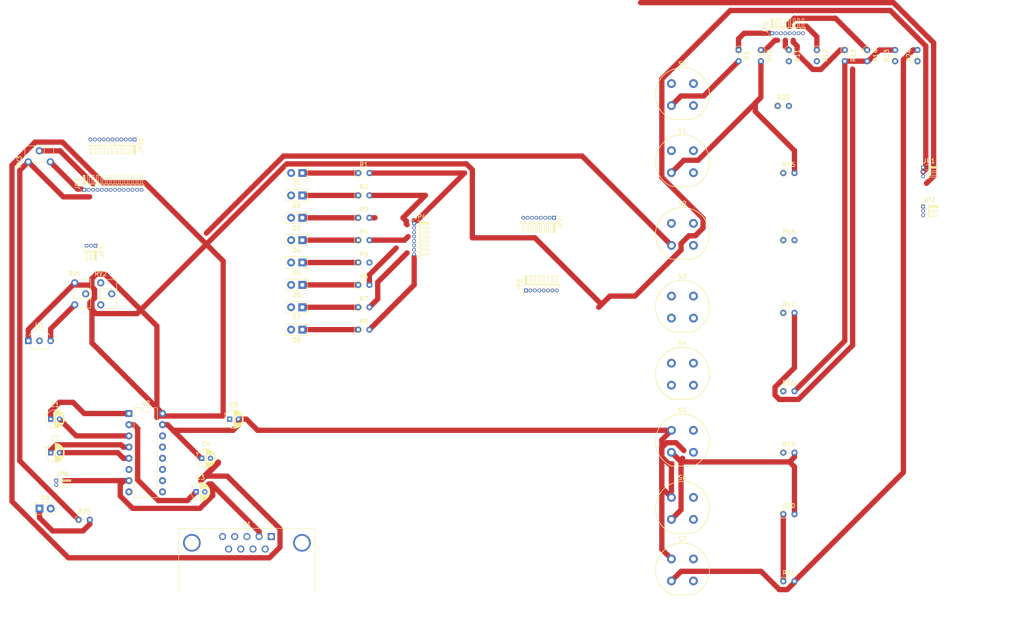
<source format=kicad_pcb>
(kicad_pcb (version 20171130) (host pcbnew "(5.1.6)-1")
  (layers (0 F.Cu signal) (31 B.Cu signal) (34 B.Paste user hide) (35 F.Paste user hide) (36 B.SilkS user hide) (37 F.SilkS user) (38 B.Mask user hide) (39 F.Mask user hide) (44 Edge.Cuts user))
  (net 0 "")
  (net 1 "Net-(C1-Pad2)")
  (net 2 "Net-(C1-Pad1)")
  (net 3 "Net-(C2-Pad2)")
  (net 4 "Net-(C2-Pad1)")
  (net 5 +5V)
  (net 6 "Net-(C3-Pad1)")
  (net 7 "Net-(C4-Pad2)")
  (net 8 GNDA)
  (net 9 "Net-(D1-Pad2)")
  (net 10 "Net-(D1-Pad1)")
  (net 11 "Net-(D2-Pad1)")
  (net 12 "Net-(D3-Pad1)")
  (net 13 "Net-(D4-Pad1)")
  (net 14 "Net-(D5-Pad1)")
  (net 15 "Net-(D6-Pad1)")
  (net 16 "Net-(D7-Pad1)")
  (net 17 "Net-(D8-Pad1)")
  (net 18 "Net-(D9-Pad2)")
  (net 19 "Net-(D9-Pad1)")
  (net 20 "Net-(JP2-Pad1)")
  (net 21 "Net-(JP3-Pad3)")
  (net 22 "Net-(JP3-Pad2)")
  (net 23 "Net-(JP3-Pad1)")
  (net 24 "Net-(JP4-Pad8)")
  (net 25 "Net-(JP4-Pad7)")
  (net 26 "Net-(JP4-Pad6)")
  (net 27 "Net-(JP4-Pad5)")
  (net 28 "Net-(JP4-Pad4)")
  (net 29 "Net-(JP4-Pad3)")
  (net 30 "Net-(JP4-Pad2)")
  (net 31 "Net-(JP4-Pad1)")
  (net 32 "Net-(JP5-Pad8)")
  (net 33 "Net-(JP5-Pad7)")
  (net 34 "Net-(JP5-Pad6)")
  (net 35 "Net-(JP5-Pad5)")
  (net 36 "Net-(JP5-Pad4)")
  (net 37 "Net-(JP5-Pad3)")
  (net 38 "Net-(JP5-Pad2)")
  (net 39 "Net-(JP5-Pad1)")
  (net 40 "Net-(JP6-Pad8)")
  (net 41 "Net-(JP6-Pad7)")
  (net 42 "Net-(JP6-Pad6)")
  (net 43 "Net-(JP6-Pad5)")
  (net 44 "Net-(JP6-Pad4)")
  (net 45 "Net-(JP6-Pad3)")
  (net 46 "Net-(JP6-Pad2)")
  (net 47 "Net-(JP6-Pad1)")
  (net 48 "Net-(JP8-Pad2)")
  (net 49 "Net-(JP8-Pad1)")
  (net 50 "Net-(JP10-Pad11)")
  (net 51 "Net-(JP10-Pad10)")
  (net 52 "Net-(JP10-Pad9)")
  (net 53 "Net-(JP10-Pad8)")
  (net 54 "Net-(JP10-Pad7)")
  (net 55 "Net-(JP10-Pad6)")
  (net 56 "Net-(JP10-Pad5)")
  (net 57 "Net-(JP10-Pad4)")
  (net 58 "Net-(JP10-Pad3)")
  (net 59 "Net-(JP10-Pad2)")
  (net 60 "Net-(JP10-Pad1)")
  (net 61 "Net-(JP9-Pad3)")
  (net 62 +5VA)
  (net 63 "Net-(R22-Pad2)")
  (net 64 "Net-(R10-Pad2)")
  (net 65 "Net-(R11-Pad2)")
  (net 66 "Net-(R12-Pad2)")
  (net 67 "Net-(R13-Pad2)")
  (net 68 "Net-(R21-Pad2)")
  (net 69 "Net-(RV2-Pad3)")
  (net 70 "Net-(S1-Pad4)")
  (net 71 "Net-(S1-Pad2)")
  (net 72 "Net-(S2-Pad4)")
  (net 73 "Net-(S2-Pad2)")
  (net 74 "Net-(S3-Pad4)")
  (net 75 "Net-(S3-Pad2)")
  (net 76 "Net-(S4-Pad4)")
  (net 77 "Net-(S4-Pad2)")
  (net 78 "Net-(S5-Pad4)")
  (net 79 "Net-(S5-Pad2)")
  (net 80 "Net-(S6-Pad4)")
  (net 81 "Net-(S6-Pad2)")
  (net 82 "Net-(S7-Pad4)")
  (net 83 "Net-(S7-Pad2)")
  (net 84 "Net-(S8-Pad4)")
  (net 85 "Net-(S8-Pad2)")
  (net 86 "Net-(U2-Pad8)")
  (net 87 "Net-(U2-Pad7)")
  (net 88 "Net-(U2-Pad14)")
  (net 89 "Net-(U2-Pad13)")
  (net 90 "Net-(U2-Pad12)")
  (net 91 "Net-(U2-Pad11)")
  (net 92 "Net-(U2-Pad10)")
  (net 93 "Net-(X1-Pad9)")
  (net 94 "Net-(X1-Pad8)")
  (net 95 "Net-(X1-Pad7)")
  (net 96 "Net-(X1-Pad6)")
  (net 97 "Net-(X1-Pad4)")
  (net 98 "Net-(X1-Pad1)")
  (module Connector_PinHeader_1.00mm:PinHeader_1x08_P1.00mm_Horizontal (layer F.Cu) (at 118.11 74.93)
    (fp_text reference JP4 (at 1.375 -1.5) (layer F.SilkS))
    (fp_text value PINHD-1X8)
    (pad 8 thru_hole oval (at 0 7) (size 0.85 0.85) (drill 0.5) (layers *.Cu *.Mask) (net 24 "Net-(JP4-Pad8)"))
    (pad 7 thru_hole oval (at 0 6) (size 0.85 0.85) (drill 0.5) (layers *.Cu *.Mask) (net 25 "Net-(JP4-Pad7)"))
    (pad 6 thru_hole oval (at 0 5) (size 0.85 0.85) (drill 0.5) (layers *.Cu *.Mask) (net 26 "Net-(JP4-Pad6)"))
    (pad 5 thru_hole oval (at 0 4) (size 0.85 0.85) (drill 0.5) (layers *.Cu *.Mask) (net 27 "Net-(JP4-Pad5)"))
    (pad 4 thru_hole oval (at 0 3) (size 0.85 0.85) (drill 0.5) (layers *.Cu *.Mask) (net 28 "Net-(JP4-Pad4)"))
    (pad 3 thru_hole oval (at 0 2) (size 0.85 0.85) (drill 0.5) (layers *.Cu *.Mask) (net 29 "Net-(JP4-Pad3)"))
    (pad 2 thru_hole oval (at 0 1) (size 0.85 0.85) (drill 0.5) (layers *.Cu *.Mask) (net 30 "Net-(JP4-Pad2)"))
    (pad 1 thru_hole rect (at 0 0) (size 0.85 0.85) (drill 0.5) (layers *.Cu *.Mask) (net 31 "Net-(JP4-Pad1)"))
  )
  (module Connector_Dsub:DSUB-9_Female_Horizontal_P2.77x2.84mm_EdgePinOffset9.90mm_Housed_MountingHolesOffset11.32mm (layer F.Cu) (at 85.665 146.05)
    (fp_text reference X1 (at -5.54 -2.8) (layer F.SilkS))
    (fp_text value F09HP)
    (pad 0 thru_hole circle (at 6.96 1.42) (size 4 4) (drill 3.2) (layers *.Cu *.Mask))
    (pad 0 thru_hole circle (at -18.04 1.42) (size 4 4) (drill 3.2) (layers *.Cu *.Mask))
    (pad 9 thru_hole circle (at -9.695 2.84) (size 1.6 1.6) (drill 1) (layers *.Cu *.Mask) (net 93 "Net-(X1-Pad9)"))
    (pad 8 thru_hole circle (at -6.925 2.84) (size 1.6 1.6) (drill 1) (layers *.Cu *.Mask) (net 94 "Net-(X1-Pad8)"))
    (pad 7 thru_hole circle (at -4.155 2.84) (size 1.6 1.6) (drill 1) (layers *.Cu *.Mask) (net 95 "Net-(X1-Pad7)"))
    (pad 6 thru_hole circle (at -1.385 2.84) (size 1.6 1.6) (drill 1) (layers *.Cu *.Mask) (net 96 "Net-(X1-Pad6)"))
    (pad 5 thru_hole circle (at -11.08 0) (size 1.6 1.6) (drill 1) (layers *.Cu *.Mask) (net 8 GNDA))
    (pad 4 thru_hole circle (at -8.31 0) (size 1.6 1.6) (drill 1) (layers *.Cu *.Mask) (net 97 "Net-(X1-Pad4)"))
    (pad 3 thru_hole circle (at -5.54 0) (size 1.6 1.6) (drill 1) (layers *.Cu *.Mask) (net 86 "Net-(U2-Pad8)"))
    (pad 2 thru_hole circle (at -2.77 0) (size 1.6 1.6) (drill 1) (layers *.Cu *.Mask) (net 87 "Net-(U2-Pad7)"))
    (pad 1 thru_hole rect (at 0 0) (size 1.6 1.6) (drill 1) (layers *.Cu *.Mask) (net 98 "Net-(X1-Pad1)"))
  )
  (module Package_DIP:DIP-16_W7.62mm (layer F.Cu) (at 53.34 118.11)
    (fp_text reference U2 (at 3.81 -2.33) (layer F.SilkS))
    (fp_text value MAX232)
    (pad 16 thru_hole oval (at 7.62 0) (size 1.6 1.6) (drill 0.8) (layers *.Cu *.Mask) (net 5 +5V))
    (pad 8 thru_hole oval (at 0 17.78) (size 1.6 1.6) (drill 0.8) (layers *.Cu *.Mask) (net 86 "Net-(U2-Pad8)"))
    (pad 15 thru_hole oval (at 7.62 2.54) (size 1.6 1.6) (drill 0.8) (layers *.Cu *.Mask) (net 8 GNDA))
    (pad 7 thru_hole oval (at 0 15.24) (size 1.6 1.6) (drill 0.8) (layers *.Cu *.Mask) (net 87 "Net-(U2-Pad7)"))
    (pad 14 thru_hole oval (at 7.62 5.08) (size 1.6 1.6) (drill 0.8) (layers *.Cu *.Mask) (net 88 "Net-(U2-Pad14)"))
    (pad 6 thru_hole oval (at 0 12.7) (size 1.6 1.6) (drill 0.8) (layers *.Cu *.Mask) (net 7 "Net-(C4-Pad2)"))
    (pad 13 thru_hole oval (at 7.62 7.62) (size 1.6 1.6) (drill 0.8) (layers *.Cu *.Mask) (net 89 "Net-(U2-Pad13)"))
    (pad 5 thru_hole oval (at 0 10.16) (size 1.6 1.6) (drill 0.8) (layers *.Cu *.Mask) (net 3 "Net-(C2-Pad2)"))
    (pad 12 thru_hole oval (at 7.62 10.16) (size 1.6 1.6) (drill 0.8) (layers *.Cu *.Mask) (net 90 "Net-(U2-Pad12)"))
    (pad 4 thru_hole oval (at 0 7.62) (size 1.6 1.6) (drill 0.8) (layers *.Cu *.Mask) (net 4 "Net-(C2-Pad1)"))
    (pad 11 thru_hole oval (at 7.62 12.7) (size 1.6 1.6) (drill 0.8) (layers *.Cu *.Mask) (net 91 "Net-(U2-Pad11)"))
    (pad 3 thru_hole oval (at 0 5.08) (size 1.6 1.6) (drill 0.8) (layers *.Cu *.Mask) (net 1 "Net-(C1-Pad2)"))
    (pad 10 thru_hole oval (at 7.62 15.24) (size 1.6 1.6) (drill 0.8) (layers *.Cu *.Mask) (net 92 "Net-(U2-Pad10)"))
    (pad 2 thru_hole oval (at 0 2.54) (size 1.6 1.6) (drill 0.8) (layers *.Cu *.Mask) (net 6 "Net-(C3-Pad1)"))
    (pad 9 thru_hole oval (at 7.62 17.78) (size 1.6 1.6) (drill 0.8) (layers *.Cu *.Mask) (net 18 "Net-(D9-Pad2)"))
    (pad 1 thru_hole rect (at 0 0) (size 1.6 1.6) (drill 0.8) (layers *.Cu *.Mask) (net 2 "Net-(C1-Pad1)"))
  )
  (module Package_TO_SOT_THT:TO-92_Inline_Wide (layer F.Cu) (at 30.48 101.6)
    (fp_text reference U1 (at 2.54 -3.56) (layer F.SilkS))
    (fp_text value MCP9700A)
    (pad 1 thru_hole rect (at 0 0 90) (size 1.5 1.5) (drill 0.8) (layers *.Cu *.Mask) (net 5 +5V))
    (pad 3 thru_hole circle (at 5.08 0 90) (size 1.5 1.5) (drill 0.8) (layers *.Cu *.Mask) (net 8 GNDA))
    (pad 2 thru_hole circle (at 2.54 0 90) (size 1.5 1.5) (drill 0.8) (layers *.Cu *.Mask) (net 22 "Net-(JP3-Pad2)"))
  )
  (module Button_Switch_THT:Push_E-Switch_KS01Q01 (layer F.Cu) (at 176.53 43.18)
    (fp_text reference S8 (at 2.5 -4.5) (layer F.SilkS))
    (fp_text value DTS-6)
    (pad 3 thru_hole circle (at 0 5) (size 2 2) (drill 1.1) (layers *.Cu *.Mask) (net 63 "Net-(R22-Pad2)"))
    (pad 4 thru_hole circle (at 5 5) (size 2 2) (drill 1.1) (layers *.Cu *.Mask) (net 84 "Net-(S8-Pad4)"))
    (pad 2 thru_hole circle (at 5 0) (size 2 2) (drill 1.1) (layers *.Cu *.Mask) (net 85 "Net-(S8-Pad2)"))
    (pad 1 thru_hole circle (at 0 0) (size 2 2) (drill 1.1) (layers *.Cu *.Mask) (net 8 GNDA))
  )
  (module Button_Switch_THT:Push_E-Switch_KS01Q01 (layer F.Cu) (at 176.53 151.13)
    (fp_text reference S7 (at 2.5 -4.5) (layer F.SilkS))
    (fp_text value DTS-6)
    (pad 3 thru_hole circle (at 0 5) (size 2 2) (drill 1.1) (layers *.Cu *.Mask) (net 68 "Net-(R21-Pad2)"))
    (pad 4 thru_hole circle (at 5 5) (size 2 2) (drill 1.1) (layers *.Cu *.Mask) (net 82 "Net-(S7-Pad4)"))
    (pad 2 thru_hole circle (at 5 0) (size 2 2) (drill 1.1) (layers *.Cu *.Mask) (net 83 "Net-(S7-Pad2)"))
    (pad 1 thru_hole circle (at 0 0) (size 2 2) (drill 1.1) (layers *.Cu *.Mask) (net 8 GNDA))
  )
  (module Button_Switch_THT:Push_E-Switch_KS01Q01 (layer F.Cu) (at 176.53 137.16)
    (fp_text reference S6 (at 2.5 -4.5) (layer F.SilkS))
    (fp_text value DTS-6)
    (pad 3 thru_hole circle (at 0 5) (size 2 2) (drill 1.1) (layers *.Cu *.Mask) (net 67 "Net-(R13-Pad2)"))
    (pad 4 thru_hole circle (at 5 5) (size 2 2) (drill 1.1) (layers *.Cu *.Mask) (net 80 "Net-(S6-Pad4)"))
    (pad 2 thru_hole circle (at 5 0) (size 2 2) (drill 1.1) (layers *.Cu *.Mask) (net 81 "Net-(S6-Pad2)"))
    (pad 1 thru_hole circle (at 0 0) (size 2 2) (drill 1.1) (layers *.Cu *.Mask) (net 8 GNDA))
  )
  (module Button_Switch_THT:Push_E-Switch_KS01Q01 (layer F.Cu) (at 176.53 121.92)
    (fp_text reference S5 (at 2.5 -4.5) (layer F.SilkS))
    (fp_text value DTS-6)
    (pad 3 thru_hole circle (at 0 5) (size 2 2) (drill 1.1) (layers *.Cu *.Mask) (net 67 "Net-(R13-Pad2)"))
    (pad 4 thru_hole circle (at 5 5) (size 2 2) (drill 1.1) (layers *.Cu *.Mask) (net 78 "Net-(S5-Pad4)"))
    (pad 2 thru_hole circle (at 5 0) (size 2 2) (drill 1.1) (layers *.Cu *.Mask) (net 79 "Net-(S5-Pad2)"))
    (pad 1 thru_hole circle (at 0 0) (size 2 2) (drill 1.1) (layers *.Cu *.Mask) (net 8 GNDA))
  )
  (module Button_Switch_THT:Push_E-Switch_KS01Q01 (layer F.Cu) (at 176.53 106.68)
    (fp_text reference S4 (at 2.5 -4.5) (layer F.SilkS))
    (fp_text value DTS-6)
    (pad 3 thru_hole circle (at 0 5) (size 2 2) (drill 1.1) (layers *.Cu *.Mask) (net 67 "Net-(R13-Pad2)"))
    (pad 4 thru_hole circle (at 5 5) (size 2 2) (drill 1.1) (layers *.Cu *.Mask) (net 76 "Net-(S4-Pad4)"))
    (pad 2 thru_hole circle (at 5 0) (size 2 2) (drill 1.1) (layers *.Cu *.Mask) (net 77 "Net-(S4-Pad2)"))
    (pad 1 thru_hole circle (at 0 0) (size 2 2) (drill 1.1) (layers *.Cu *.Mask) (net 8 GNDA))
  )
  (module Button_Switch_THT:Push_E-Switch_KS01Q01 (layer F.Cu) (at 176.53 91.44)
    (fp_text reference S3 (at 2.5 -4.5) (layer F.SilkS))
    (fp_text value DTS-6)
    (pad 3 thru_hole circle (at 0 5) (size 2 2) (drill 1.1) (layers *.Cu *.Mask) (net 66 "Net-(R12-Pad2)"))
    (pad 4 thru_hole circle (at 5 5) (size 2 2) (drill 1.1) (layers *.Cu *.Mask) (net 74 "Net-(S3-Pad4)"))
    (pad 2 thru_hole circle (at 5 0) (size 2 2) (drill 1.1) (layers *.Cu *.Mask) (net 75 "Net-(S3-Pad2)"))
    (pad 1 thru_hole circle (at 0 0) (size 2 2) (drill 1.1) (layers *.Cu *.Mask) (net 8 GNDA))
  )
  (module Button_Switch_THT:Push_E-Switch_KS01Q01 (layer F.Cu) (at 176.53 74.93)
    (fp_text reference S2 (at 2.5 -4.5) (layer F.SilkS))
    (fp_text value DTS-6)
    (pad 3 thru_hole circle (at 0 5) (size 2 2) (drill 1.1) (layers *.Cu *.Mask) (net 65 "Net-(R11-Pad2)"))
    (pad 4 thru_hole circle (at 5 5) (size 2 2) (drill 1.1) (layers *.Cu *.Mask) (net 72 "Net-(S2-Pad4)"))
    (pad 2 thru_hole circle (at 5 0) (size 2 2) (drill 1.1) (layers *.Cu *.Mask) (net 73 "Net-(S2-Pad2)"))
    (pad 1 thru_hole circle (at 0 0) (size 2 2) (drill 1.1) (layers *.Cu *.Mask) (net 8 GNDA))
  )
  (module Button_Switch_THT:Push_E-Switch_KS01Q01 (layer F.Cu) (at 176.53 58.42)
    (fp_text reference S1 (at 2.5 -4.5) (layer F.SilkS))
    (fp_text value DTS-6)
    (pad 3 thru_hole circle (at 0 5) (size 2 2) (drill 1.1) (layers *.Cu *.Mask) (net 64 "Net-(R10-Pad2)"))
    (pad 4 thru_hole circle (at 5 5) (size 2 2) (drill 1.1) (layers *.Cu *.Mask) (net 70 "Net-(S1-Pad4)"))
    (pad 2 thru_hole circle (at 5 0) (size 2 2) (drill 1.1) (layers *.Cu *.Mask) (net 71 "Net-(S1-Pad2)"))
    (pad 1 thru_hole circle (at 0 0) (size 2 2) (drill 1.1) (layers *.Cu *.Mask) (net 8 GNDA))
  )
  (module Potentiometer_THT:Potentiometer_ACP_CA6-H2,5_Horizontal (layer F.Cu) (at 30.48 60.96 90)
    (fp_text reference RV3 (at 0 -2.06 90) (layer F.SilkS))
    (fp_text value POT)
    (pad 1 thru_hole circle (at 0 0 90) (size 1.62 1.62) (drill 0.9) (layers *.Cu *.Mask) (net 62 +5VA))
    (pad 2 thru_hole circle (at 2.5 2.5 90) (size 1.62 1.62) (drill 0.9) (layers *.Cu *.Mask) (net 61 "Net-(JP9-Pad3)"))
    (pad 3 thru_hole circle (at 0 5 90) (size 1.62 1.62) (drill 0.9) (layers *.Cu *.Mask) (net 8 GNDA))
  )
  (module Potentiometer_THT:Potentiometer_ACP_CA6-H2,5_Horizontal (layer F.Cu) (at 46.925199 88.43)
    (fp_text reference RV2 (at 0 -2.06) (layer F.SilkS))
    (fp_text value POT)
    (pad 1 thru_hole circle (at 0 0) (size 1.62 1.62) (drill 0.9) (layers *.Cu *.Mask) (net 8 GNDA))
    (pad 2 thru_hole circle (at 2.5 2.5) (size 1.62 1.62) (drill 0.9) (layers *.Cu *.Mask) (net 23 "Net-(JP3-Pad1)"))
    (pad 3 thru_hole circle (at 0 5) (size 1.62 1.62) (drill 0.9) (layers *.Cu *.Mask) (net 69 "Net-(RV2-Pad3)"))
  )
  (module Potentiometer_THT:Potentiometer_ACP_CA6-H2,5_Horizontal (layer F.Cu) (at 41.025199 88.43)
    (fp_text reference RV1 (at 0 -2.06) (layer F.SilkS))
    (fp_text value POT)
    (pad 1 thru_hole circle (at 0 0) (size 1.62 1.62) (drill 0.9) (layers *.Cu *.Mask) (net 5 +5V))
    (pad 2 thru_hole circle (at 2.5 2.5) (size 1.62 1.62) (drill 0.9) (layers *.Cu *.Mask) (net 21 "Net-(JP3-Pad3)"))
    (pad 3 thru_hole circle (at 0 5) (size 1.62 1.62) (drill 0.9) (layers *.Cu *.Mask) (net 8 GNDA))
  )
  (module Resistor_THT:R_Axial_DIN0204_L3.6mm_D1.6mm_P2.54mm_Vertical (layer F.Cu) (at 41.91 142.24)
    (fp_text reference R25 (at 1.27 -1.92) (layer F.SilkS))
    (fp_text value 470)
    (pad 2 thru_hole oval (at 2.54 0) (size 1.4 1.4) (drill 0.7) (layers *.Cu *.Mask) (net 19 "Net-(D9-Pad1)"))
    (pad 1 thru_hole circle (at 0 0) (size 1.4 1.4) (drill 0.7) (layers *.Cu *.Mask) (net 62 +5VA))
  )
  (module Resistor_THT:R_Axial_DIN0204_L3.6mm_D1.6mm_P2.54mm_Vertical (layer F.Cu) (at 232.41 38.1 90)
    (fp_text reference R24 (at 1.27 -1.92 90) (layer F.SilkS))
    (fp_text value 1k)
    (pad 2 thru_hole oval (at 2.54 0 90) (size 1.4 1.4) (drill 0.7) (layers *.Cu *.Mask) (net 68 "Net-(R21-Pad2)"))
    (pad 1 thru_hole circle (at 0 0 90) (size 1.4 1.4) (drill 0.7) (layers *.Cu *.Mask) (net 32 "Net-(JP5-Pad8)"))
  )
  (module Resistor_THT:R_Axial_DIN0204_L3.6mm_D1.6mm_P2.54mm_Vertical (layer F.Cu) (at 227.33 38.1 90)
    (fp_text reference R23 (at 1.27 -1.92 90) (layer F.SilkS))
    (fp_text value 1k)
    (pad 2 thru_hole oval (at 2.54 0 90) (size 1.4 1.4) (drill 0.7) (layers *.Cu *.Mask) (net 67 "Net-(R13-Pad2)"))
    (pad 1 thru_hole circle (at 0 0 90) (size 1.4 1.4) (drill 0.7) (layers *.Cu *.Mask) (net 33 "Net-(JP5-Pad7)"))
  )
  (module Resistor_THT:R_Axial_DIN0204_L3.6mm_D1.6mm_P2.54mm_Vertical (layer F.Cu) (at 200.66 48.26)
    (fp_text reference R22 (at 1.27 -1.92) (layer F.SilkS))
    (fp_text value 4.7k)
    (pad 2 thru_hole oval (at 2.54 0) (size 1.4 1.4) (drill 0.7) (layers *.Cu *.Mask) (net 63 "Net-(R22-Pad2)"))
    (pad 1 thru_hole circle (at 0 0) (size 1.4 1.4) (drill 0.7) (layers *.Cu *.Mask) (net 62 +5VA))
  )
  (module Resistor_THT:R_Axial_DIN0204_L3.6mm_D1.6mm_P2.54mm_Vertical (layer F.Cu) (at 201.93 156.21)
    (fp_text reference R21 (at 1.27 -1.92) (layer F.SilkS))
    (fp_text value 4.7k)
    (pad 2 thru_hole oval (at 2.54 0) (size 1.4 1.4) (drill 0.7) (layers *.Cu *.Mask) (net 68 "Net-(R21-Pad2)"))
    (pad 1 thru_hole circle (at 0 0) (size 1.4 1.4) (drill 0.7) (layers *.Cu *.Mask) (net 62 +5VA))
  )
  (module Resistor_THT:R_Axial_DIN0204_L3.6mm_D1.6mm_P2.54mm_Vertical (layer F.Cu) (at 201.93 140.97)
    (fp_text reference R20 (at 1.27 -1.92) (layer F.SilkS))
    (fp_text value 4.7k)
    (pad 2 thru_hole oval (at 2.54 0) (size 1.4 1.4) (drill 0.7) (layers *.Cu *.Mask) (net 67 "Net-(R13-Pad2)"))
    (pad 1 thru_hole circle (at 0 0) (size 1.4 1.4) (drill 0.7) (layers *.Cu *.Mask) (net 62 +5VA))
  )
  (module Resistor_THT:R_Axial_DIN0204_L3.6mm_D1.6mm_P2.54mm_Vertical (layer F.Cu) (at 201.93 127)
    (fp_text reference R19 (at 1.27 -1.92) (layer F.SilkS))
    (fp_text value 4.7k)
    (pad 2 thru_hole oval (at 2.54 0) (size 1.4 1.4) (drill 0.7) (layers *.Cu *.Mask) (net 67 "Net-(R13-Pad2)"))
    (pad 1 thru_hole circle (at 0 0) (size 1.4 1.4) (drill 0.7) (layers *.Cu *.Mask) (net 62 +5VA))
  )
  (module Resistor_THT:R_Axial_DIN0204_L3.6mm_D1.6mm_P2.54mm_Vertical (layer F.Cu) (at 201.93 113.03)
    (fp_text reference R18 (at 1.27 -1.92) (layer F.SilkS))
    (fp_text value 4.7k)
    (pad 2 thru_hole oval (at 2.54 0) (size 1.4 1.4) (drill 0.7) (layers *.Cu *.Mask) (net 67 "Net-(R13-Pad2)"))
    (pad 1 thru_hole circle (at 0 0) (size 1.4 1.4) (drill 0.7) (layers *.Cu *.Mask) (net 62 +5VA))
  )
  (module Resistor_THT:R_Axial_DIN0204_L3.6mm_D1.6mm_P2.54mm_Vertical (layer F.Cu) (at 201.93 95.25)
    (fp_text reference R17 (at 1.27 -1.92) (layer F.SilkS))
    (fp_text value 4.7k)
    (pad 2 thru_hole oval (at 2.54 0) (size 1.4 1.4) (drill 0.7) (layers *.Cu *.Mask) (net 66 "Net-(R12-Pad2)"))
    (pad 1 thru_hole circle (at 0 0) (size 1.4 1.4) (drill 0.7) (layers *.Cu *.Mask) (net 62 +5VA))
  )
  (module Resistor_THT:R_Axial_DIN0204_L3.6mm_D1.6mm_P2.54mm_Vertical (layer F.Cu) (at 201.93 78.74)
    (fp_text reference R16 (at 1.27 -1.92) (layer F.SilkS))
    (fp_text value 4.7k)
    (pad 2 thru_hole oval (at 2.54 0) (size 1.4 1.4) (drill 0.7) (layers *.Cu *.Mask) (net 65 "Net-(R11-Pad2)"))
    (pad 1 thru_hole circle (at 0 0) (size 1.4 1.4) (drill 0.7) (layers *.Cu *.Mask) (net 62 +5VA))
  )
  (module Resistor_THT:R_Axial_DIN0204_L3.6mm_D1.6mm_P2.54mm_Vertical (layer F.Cu) (at 201.93 63.5)
    (fp_text reference R15 (at 1.27 -1.92) (layer F.SilkS))
    (fp_text value 4.7k)
    (pad 2 thru_hole oval (at 2.54 0) (size 1.4 1.4) (drill 0.7) (layers *.Cu *.Mask) (net 64 "Net-(R10-Pad2)"))
    (pad 1 thru_hole circle (at 0 0) (size 1.4 1.4) (drill 0.7) (layers *.Cu *.Mask) (net 62 +5VA))
  )
  (module Resistor_THT:R_Axial_DIN0204_L3.6mm_D1.6mm_P2.54mm_Vertical (layer F.Cu) (at 220.98 35.56 270)
    (fp_text reference R14 (at 1.27 -1.92 90) (layer F.SilkS))
    (fp_text value 1k)
    (pad 2 thru_hole oval (at 2.54 0 270) (size 1.4 1.4) (drill 0.7) (layers *.Cu *.Mask) (net 67 "Net-(R13-Pad2)"))
    (pad 1 thru_hole circle (at 0 0 270) (size 1.4 1.4) (drill 0.7) (layers *.Cu *.Mask) (net 34 "Net-(JP5-Pad6)"))
  )
  (module Resistor_THT:R_Axial_DIN0204_L3.6mm_D1.6mm_P2.54mm_Vertical (layer F.Cu) (at 215.9 35.56 270)
    (fp_text reference R13 (at 1.27 -1.92 90) (layer F.SilkS))
    (fp_text value 1k)
    (pad 2 thru_hole oval (at 2.54 0 270) (size 1.4 1.4) (drill 0.7) (layers *.Cu *.Mask) (net 67 "Net-(R13-Pad2)"))
    (pad 1 thru_hole circle (at 0 0 270) (size 1.4 1.4) (drill 0.7) (layers *.Cu *.Mask) (net 35 "Net-(JP5-Pad5)"))
  )
  (module Resistor_THT:R_Axial_DIN0204_L3.6mm_D1.6mm_P2.54mm_Vertical (layer F.Cu) (at 209.55 35.56 270)
    (fp_text reference R12 (at 1.27 -1.92 90) (layer F.SilkS))
    (fp_text value 1k)
    (pad 2 thru_hole oval (at 2.54 0 270) (size 1.4 1.4) (drill 0.7) (layers *.Cu *.Mask) (net 66 "Net-(R12-Pad2)"))
    (pad 1 thru_hole circle (at 0 0 270) (size 1.4 1.4) (drill 0.7) (layers *.Cu *.Mask) (net 36 "Net-(JP5-Pad4)"))
  )
  (module Resistor_THT:R_Axial_DIN0204_L3.6mm_D1.6mm_P2.54mm_Vertical (layer F.Cu) (at 203.2 35.56 270)
    (fp_text reference R11 (at 1.27 -1.92 90) (layer F.SilkS))
    (fp_text value 1k)
    (pad 2 thru_hole oval (at 2.54 0 270) (size 1.4 1.4) (drill 0.7) (layers *.Cu *.Mask) (net 65 "Net-(R11-Pad2)"))
    (pad 1 thru_hole circle (at 0 0 270) (size 1.4 1.4) (drill 0.7) (layers *.Cu *.Mask) (net 37 "Net-(JP5-Pad3)"))
  )
  (module Resistor_THT:R_Axial_DIN0204_L3.6mm_D1.6mm_P2.54mm_Vertical (layer F.Cu) (at 196.85 35.56 270)
    (fp_text reference R10 (at 1.27 -1.92 90) (layer F.SilkS))
    (fp_text value 1k)
    (pad 2 thru_hole oval (at 2.54 0 270) (size 1.4 1.4) (drill 0.7) (layers *.Cu *.Mask) (net 64 "Net-(R10-Pad2)"))
    (pad 1 thru_hole circle (at 0 0 270) (size 1.4 1.4) (drill 0.7) (layers *.Cu *.Mask) (net 38 "Net-(JP5-Pad2)"))
  )
  (module Resistor_THT:R_Axial_DIN0204_L3.6mm_D1.6mm_P2.54mm_Vertical (layer F.Cu) (at 191.77 35.56 270)
    (fp_text reference R9 (at 1.27 -1.92 90) (layer F.SilkS))
    (fp_text value 1k)
    (pad 2 thru_hole oval (at 2.54 0 270) (size 1.4 1.4) (drill 0.7) (layers *.Cu *.Mask) (net 63 "Net-(R22-Pad2)"))
    (pad 1 thru_hole circle (at 0 0 270) (size 1.4 1.4) (drill 0.7) (layers *.Cu *.Mask) (net 39 "Net-(JP5-Pad1)"))
  )
  (module Resistor_THT:R_Axial_DIN0204_L3.6mm_D1.6mm_P2.54mm_Vertical (layer F.Cu) (at 105.41 99.06)
    (fp_text reference R8 (at 1.27 -1.92) (layer F.SilkS))
    (fp_text value 470)
    (pad 2 thru_hole oval (at 2.54 0) (size 1.4 1.4) (drill 0.7) (layers *.Cu *.Mask) (net 24 "Net-(JP4-Pad8)"))
    (pad 1 thru_hole circle (at 0 0) (size 1.4 1.4) (drill 0.7) (layers *.Cu *.Mask) (net 17 "Net-(D8-Pad1)"))
  )
  (module Resistor_THT:R_Axial_DIN0204_L3.6mm_D1.6mm_P2.54mm_Vertical (layer F.Cu) (at 105.41 93.98)
    (fp_text reference R7 (at 1.27 -1.92) (layer F.SilkS))
    (fp_text value 470)
    (pad 2 thru_hole oval (at 2.54 0) (size 1.4 1.4) (drill 0.7) (layers *.Cu *.Mask) (net 25 "Net-(JP4-Pad7)"))
    (pad 1 thru_hole circle (at 0 0) (size 1.4 1.4) (drill 0.7) (layers *.Cu *.Mask) (net 16 "Net-(D7-Pad1)"))
  )
  (module Resistor_THT:R_Axial_DIN0204_L3.6mm_D1.6mm_P2.54mm_Vertical (layer F.Cu) (at 105.41 88.9)
    (fp_text reference R6 (at 1.27 -1.92) (layer F.SilkS))
    (fp_text value 470)
    (pad 2 thru_hole oval (at 2.54 0) (size 1.4 1.4) (drill 0.7) (layers *.Cu *.Mask) (net 26 "Net-(JP4-Pad6)"))
    (pad 1 thru_hole circle (at 0 0) (size 1.4 1.4) (drill 0.7) (layers *.Cu *.Mask) (net 15 "Net-(D6-Pad1)"))
  )
  (module Resistor_THT:R_Axial_DIN0204_L3.6mm_D1.6mm_P2.54mm_Vertical (layer F.Cu) (at 105.41 83.82)
    (fp_text reference R5 (at 1.27 -1.92) (layer F.SilkS))
    (fp_text value 470)
    (pad 2 thru_hole oval (at 2.54 0) (size 1.4 1.4) (drill 0.7) (layers *.Cu *.Mask) (net 27 "Net-(JP4-Pad5)"))
    (pad 1 thru_hole circle (at 0 0) (size 1.4 1.4) (drill 0.7) (layers *.Cu *.Mask) (net 14 "Net-(D5-Pad1)"))
  )
  (module Resistor_THT:R_Axial_DIN0204_L3.6mm_D1.6mm_P2.54mm_Vertical (layer F.Cu) (at 105.41 78.74)
    (fp_text reference R4 (at 1.27 -1.92) (layer F.SilkS))
    (fp_text value 470)
    (pad 2 thru_hole oval (at 2.54 0) (size 1.4 1.4) (drill 0.7) (layers *.Cu *.Mask) (net 28 "Net-(JP4-Pad4)"))
    (pad 1 thru_hole circle (at 0 0) (size 1.4 1.4) (drill 0.7) (layers *.Cu *.Mask) (net 13 "Net-(D4-Pad1)"))
  )
  (module Resistor_THT:R_Axial_DIN0204_L3.6mm_D1.6mm_P2.54mm_Vertical (layer F.Cu) (at 105.41 73.66)
    (fp_text reference R3 (at 1.27 -1.92) (layer F.SilkS))
    (fp_text value 470)
    (pad 2 thru_hole oval (at 2.54 0) (size 1.4 1.4) (drill 0.7) (layers *.Cu *.Mask) (net 29 "Net-(JP4-Pad3)"))
    (pad 1 thru_hole circle (at 0 0) (size 1.4 1.4) (drill 0.7) (layers *.Cu *.Mask) (net 12 "Net-(D3-Pad1)"))
  )
  (module Resistor_THT:R_Axial_DIN0204_L3.6mm_D1.6mm_P2.54mm_Vertical (layer F.Cu) (at 105.41 68.58)
    (fp_text reference R2 (at 1.27 -1.92) (layer F.SilkS))
    (fp_text value 470)
    (pad 2 thru_hole oval (at 2.54 0) (size 1.4 1.4) (drill 0.7) (layers *.Cu *.Mask) (net 30 "Net-(JP4-Pad2)"))
    (pad 1 thru_hole circle (at 0 0) (size 1.4 1.4) (drill 0.7) (layers *.Cu *.Mask) (net 11 "Net-(D2-Pad1)"))
  )
  (module Resistor_THT:R_Axial_DIN0204_L3.6mm_D1.6mm_P2.54mm_Vertical (layer F.Cu) (at 105.41 63.5)
    (fp_text reference R1 (at 1.27 -1.92) (layer F.SilkS))
    (fp_text value 470)
    (pad 2 thru_hole oval (at 2.54 0) (size 1.4 1.4) (drill 0.7) (layers *.Cu *.Mask) (net 31 "Net-(JP4-Pad1)"))
    (pad 1 thru_hole circle (at 0 0) (size 1.4 1.4) (drill 0.7) (layers *.Cu *.Mask) (net 10 "Net-(D1-Pad1)"))
  )
  (module Connector_PinHeader_1.00mm:PinHeader_1x11_P1.00mm_Horizontal (layer F.Cu) (at 54.61 55.88 270)
    (fp_text reference JP10 (at 1.375 -1.5 90) (layer F.SilkS))
    (fp_text value PINHD-1X11)
    (pad 11 thru_hole oval (at 0 10 270) (size 0.85 0.85) (drill 0.5) (layers *.Cu *.Mask) (net 50 "Net-(JP10-Pad11)"))
    (pad 10 thru_hole oval (at 0 9 270) (size 0.85 0.85) (drill 0.5) (layers *.Cu *.Mask) (net 51 "Net-(JP10-Pad10)"))
    (pad 9 thru_hole oval (at 0 8 270) (size 0.85 0.85) (drill 0.5) (layers *.Cu *.Mask) (net 52 "Net-(JP10-Pad9)"))
    (pad 8 thru_hole oval (at 0 7 270) (size 0.85 0.85) (drill 0.5) (layers *.Cu *.Mask) (net 53 "Net-(JP10-Pad8)"))
    (pad 7 thru_hole oval (at 0 6 270) (size 0.85 0.85) (drill 0.5) (layers *.Cu *.Mask) (net 54 "Net-(JP10-Pad7)"))
    (pad 6 thru_hole oval (at 0 5 270) (size 0.85 0.85) (drill 0.5) (layers *.Cu *.Mask) (net 55 "Net-(JP10-Pad6)"))
    (pad 5 thru_hole oval (at 0 4 270) (size 0.85 0.85) (drill 0.5) (layers *.Cu *.Mask) (net 56 "Net-(JP10-Pad5)"))
    (pad 4 thru_hole oval (at 0 3 270) (size 0.85 0.85) (drill 0.5) (layers *.Cu *.Mask) (net 57 "Net-(JP10-Pad4)"))
    (pad 3 thru_hole oval (at 0 2 270) (size 0.85 0.85) (drill 0.5) (layers *.Cu *.Mask) (net 58 "Net-(JP10-Pad3)"))
    (pad 2 thru_hole oval (at 0 1 270) (size 0.85 0.85) (drill 0.5) (layers *.Cu *.Mask) (net 59 "Net-(JP10-Pad2)"))
    (pad 1 thru_hole rect (at 0 0 270) (size 0.85 0.85) (drill 0.5) (layers *.Cu *.Mask) (net 60 "Net-(JP10-Pad1)"))
  )
  (module Connector_PinHeader_1.00mm:PinHeader_1x14_P1.00mm_Horizontal (layer F.Cu) (at 43.18 67.31 90)
    (fp_text reference JP9 (at 1.375 -1.5 90) (layer F.SilkS))
    (fp_text value PINHD-1X14)
    (pad 14 thru_hole oval (at 0 13 90) (size 0.85 0.85) (drill 0.5) (layers *.Cu *.Mask) (net 50 "Net-(JP10-Pad11)"))
    (pad 13 thru_hole oval (at 0 12 90) (size 0.85 0.85) (drill 0.5) (layers *.Cu *.Mask) (net 51 "Net-(JP10-Pad10)"))
    (pad 12 thru_hole oval (at 0 11 90) (size 0.85 0.85) (drill 0.5) (layers *.Cu *.Mask) (net 52 "Net-(JP10-Pad9)"))
    (pad 11 thru_hole oval (at 0 10 90) (size 0.85 0.85) (drill 0.5) (layers *.Cu *.Mask) (net 53 "Net-(JP10-Pad8)"))
    (pad 10 thru_hole oval (at 0 9 90) (size 0.85 0.85) (drill 0.5) (layers *.Cu *.Mask) (net 54 "Net-(JP10-Pad7)"))
    (pad 9 thru_hole oval (at 0 8 90) (size 0.85 0.85) (drill 0.5) (layers *.Cu *.Mask) (net 55 "Net-(JP10-Pad6)"))
    (pad 8 thru_hole oval (at 0 7 90) (size 0.85 0.85) (drill 0.5) (layers *.Cu *.Mask) (net 56 "Net-(JP10-Pad5)"))
    (pad 7 thru_hole oval (at 0 6 90) (size 0.85 0.85) (drill 0.5) (layers *.Cu *.Mask) (net 57 "Net-(JP10-Pad4)"))
    (pad 6 thru_hole oval (at 0 5 90) (size 0.85 0.85) (drill 0.5) (layers *.Cu *.Mask) (net 58 "Net-(JP10-Pad3)"))
    (pad 5 thru_hole oval (at 0 4 90) (size 0.85 0.85) (drill 0.5) (layers *.Cu *.Mask) (net 59 "Net-(JP10-Pad2)"))
    (pad 4 thru_hole oval (at 0 3 90) (size 0.85 0.85) (drill 0.5) (layers *.Cu *.Mask) (net 60 "Net-(JP10-Pad1)"))
    (pad 3 thru_hole oval (at 0 2 90) (size 0.85 0.85) (drill 0.5) (layers *.Cu *.Mask) (net 61 "Net-(JP9-Pad3)"))
    (pad 2 thru_hole oval (at 0 1 90) (size 0.85 0.85) (drill 0.5) (layers *.Cu *.Mask) (net 62 +5VA))
    (pad 1 thru_hole rect (at 0 0 90) (size 0.85 0.85) (drill 0.5) (layers *.Cu *.Mask) (net 8 GNDA))
  )
  (module Connector_PinHeader_1.00mm:PinHeader_1x02_P1.00mm_Horizontal (layer F.Cu) (at 36.83 133.35)
    (fp_text reference JP8 (at 1.375 -1.5) (layer F.SilkS))
    (fp_text value PINHD-1X2)
    (pad 2 thru_hole oval (at 0 1) (size 0.85 0.85) (drill 0.5) (layers *.Cu *.Mask) (net 48 "Net-(JP8-Pad2)"))
    (pad 1 thru_hole rect (at 0 0) (size 0.85 0.85) (drill 0.5) (layers *.Cu *.Mask) (net 49 "Net-(JP8-Pad1)"))
  )
  (module Connector_PinHeader_1.00mm:PinHeader_1x08_P1.00mm_Horizontal (layer F.Cu) (at 149.86 73.66 270)
    (fp_text reference JP7 (at 1.375 -1.5 90) (layer F.SilkS))
    (fp_text value PINHD-1X8)
    (pad 8 thru_hole oval (at 0 7 270) (size 0.85 0.85) (drill 0.5) (layers *.Cu *.Mask) (net 40 "Net-(JP6-Pad8)"))
    (pad 7 thru_hole oval (at 0 6 270) (size 0.85 0.85) (drill 0.5) (layers *.Cu *.Mask) (net 41 "Net-(JP6-Pad7)"))
    (pad 6 thru_hole oval (at 0 5 270) (size 0.85 0.85) (drill 0.5) (layers *.Cu *.Mask) (net 42 "Net-(JP6-Pad6)"))
    (pad 5 thru_hole oval (at 0 4 270) (size 0.85 0.85) (drill 0.5) (layers *.Cu *.Mask) (net 43 "Net-(JP6-Pad5)"))
    (pad 4 thru_hole oval (at 0 3 270) (size 0.85 0.85) (drill 0.5) (layers *.Cu *.Mask) (net 44 "Net-(JP6-Pad4)"))
    (pad 3 thru_hole oval (at 0 2 270) (size 0.85 0.85) (drill 0.5) (layers *.Cu *.Mask) (net 45 "Net-(JP6-Pad3)"))
    (pad 2 thru_hole oval (at 0 1 270) (size 0.85 0.85) (drill 0.5) (layers *.Cu *.Mask) (net 46 "Net-(JP6-Pad2)"))
    (pad 1 thru_hole rect (at 0 0 270) (size 0.85 0.85) (drill 0.5) (layers *.Cu *.Mask) (net 47 "Net-(JP6-Pad1)"))
  )
  (module Connector_PinHeader_1.00mm:PinHeader_1x08_P1.00mm_Horizontal (layer F.Cu) (at 143.51 90.17 90)
    (fp_text reference JP6 (at 1.375 -1.5 90) (layer F.SilkS))
    (fp_text value PINHD-1X8)
    (pad 8 thru_hole oval (at 0 7 90) (size 0.85 0.85) (drill 0.5) (layers *.Cu *.Mask) (net 40 "Net-(JP6-Pad8)"))
    (pad 7 thru_hole oval (at 0 6 90) (size 0.85 0.85) (drill 0.5) (layers *.Cu *.Mask) (net 41 "Net-(JP6-Pad7)"))
    (pad 6 thru_hole oval (at 0 5 90) (size 0.85 0.85) (drill 0.5) (layers *.Cu *.Mask) (net 42 "Net-(JP6-Pad6)"))
    (pad 5 thru_hole oval (at 0 4 90) (size 0.85 0.85) (drill 0.5) (layers *.Cu *.Mask) (net 43 "Net-(JP6-Pad5)"))
    (pad 4 thru_hole oval (at 0 3 90) (size 0.85 0.85) (drill 0.5) (layers *.Cu *.Mask) (net 44 "Net-(JP6-Pad4)"))
    (pad 3 thru_hole oval (at 0 2 90) (size 0.85 0.85) (drill 0.5) (layers *.Cu *.Mask) (net 45 "Net-(JP6-Pad3)"))
    (pad 2 thru_hole oval (at 0 1 90) (size 0.85 0.85) (drill 0.5) (layers *.Cu *.Mask) (net 46 "Net-(JP6-Pad2)"))
    (pad 1 thru_hole rect (at 0 0 90) (size 0.85 0.85) (drill 0.5) (layers *.Cu *.Mask) (net 47 "Net-(JP6-Pad1)"))
  )
  (module Connector_PinHeader_1.00mm:PinHeader_1x08_P1.00mm_Horizontal (layer F.Cu) (at 199.39 31.75 90)
    (fp_text reference JP5 (at 1.375 -1.5 90) (layer F.SilkS))
    (fp_text value PINHD-1X8)
    (pad 8 thru_hole oval (at 0 7 90) (size 0.85 0.85) (drill 0.5) (layers *.Cu *.Mask) (net 32 "Net-(JP5-Pad8)"))
    (pad 7 thru_hole oval (at 0 6 90) (size 0.85 0.85) (drill 0.5) (layers *.Cu *.Mask) (net 33 "Net-(JP5-Pad7)"))
    (pad 6 thru_hole oval (at 0 5 90) (size 0.85 0.85) (drill 0.5) (layers *.Cu *.Mask) (net 34 "Net-(JP5-Pad6)"))
    (pad 5 thru_hole oval (at 0 4 90) (size 0.85 0.85) (drill 0.5) (layers *.Cu *.Mask) (net 35 "Net-(JP5-Pad5)"))
    (pad 4 thru_hole oval (at 0 3 90) (size 0.85 0.85) (drill 0.5) (layers *.Cu *.Mask) (net 36 "Net-(JP5-Pad4)"))
    (pad 3 thru_hole oval (at 0 2 90) (size 0.85 0.85) (drill 0.5) (layers *.Cu *.Mask) (net 37 "Net-(JP5-Pad3)"))
    (pad 2 thru_hole oval (at 0 1 90) (size 0.85 0.85) (drill 0.5) (layers *.Cu *.Mask) (net 38 "Net-(JP5-Pad2)"))
    (pad 1 thru_hole rect (at 0 0 90) (size 0.85 0.85) (drill 0.5) (layers *.Cu *.Mask) (net 39 "Net-(JP5-Pad1)"))
  )
  (module Connector_PinHeader_1.00mm:PinHeader_1x03_P1.00mm_Horizontal (layer F.Cu) (at 45.72 80.01 270)
    (fp_text reference JP3 (at 1.375 -1.5 90) (layer F.SilkS))
    (fp_text value PINHD-1X3)
    (pad 3 thru_hole oval (at 0 2 270) (size 0.85 0.85) (drill 0.5) (layers *.Cu *.Mask) (net 21 "Net-(JP3-Pad3)"))
    (pad 2 thru_hole oval (at 0 1 270) (size 0.85 0.85) (drill 0.5) (layers *.Cu *.Mask) (net 22 "Net-(JP3-Pad2)"))
    (pad 1 thru_hole rect (at 0 0 270) (size 0.85 0.85) (drill 0.5) (layers *.Cu *.Mask) (net 23 "Net-(JP3-Pad1)"))
  )
  (module Connector_PinHeader_1.00mm:PinHeader_1x03_P1.00mm_Horizontal (layer F.Cu) (at 233.68 71.12)
    (fp_text reference JP2 (at 1.375 -1.5) (layer F.SilkS))
    (fp_text value PINHD-1X3)
    (pad 3 thru_hole oval (at 0 2) (size 0.85 0.85) (drill 0.5) (layers *.Cu *.Mask) (net 20 "Net-(JP2-Pad1)"))
    (pad 2 thru_hole oval (at 0 1) (size 0.85 0.85) (drill 0.5) (layers *.Cu *.Mask) (net 20 "Net-(JP2-Pad1)"))
    (pad 1 thru_hole rect (at 0 0) (size 0.85 0.85) (drill 0.5) (layers *.Cu *.Mask) (net 20 "Net-(JP2-Pad1)"))
  )
  (module Connector_PinHeader_1.00mm:PinHeader_1x03_P1.00mm_Horizontal (layer F.Cu) (at 233.68 62.23)
    (fp_text reference JP1 (at 1.375 -1.5) (layer F.SilkS))
    (fp_text value PINHD-1X3)
    (pad 3 thru_hole oval (at 0 2) (size 0.85 0.85) (drill 0.5) (layers *.Cu *.Mask) (net 5 +5V))
    (pad 2 thru_hole oval (at 0 1) (size 0.85 0.85) (drill 0.5) (layers *.Cu *.Mask) (net 5 +5V))
    (pad 1 thru_hole rect (at 0 0) (size 0.85 0.85) (drill 0.5) (layers *.Cu *.Mask) (net 5 +5V))
  )
  (module LED_THT:LED_D2.0mm_W4.8mm_H2.5mm_FlatTop (layer F.Cu) (at 33.02 139.7)
    (fp_text reference D9 (at 1.27 -2.31) (layer F.SilkS))
    (fp_text value LED)
    (pad 2 thru_hole circle (at 2.54 0) (size 1.8 1.8) (drill 0.9) (layers *.Cu *.Mask) (net 18 "Net-(D9-Pad2)"))
    (pad 1 thru_hole rect (at 0 0) (size 1.8 1.8) (drill 0.9) (layers *.Cu *.Mask) (net 19 "Net-(D9-Pad1)"))
  )
  (module LED_THT:LED_D2.0mm_W4.8mm_H2.5mm_FlatTop (layer F.Cu) (at 92.71 99.06 180)
    (fp_text reference D8 (at 1.27 -2.31) (layer F.SilkS))
    (fp_text value LED)
    (pad 2 thru_hole circle (at 2.54 0 180) (size 1.8 1.8) (drill 0.9) (layers *.Cu *.Mask) (net 9 "Net-(D1-Pad2)"))
    (pad 1 thru_hole rect (at 0 0 180) (size 1.8 1.8) (drill 0.9) (layers *.Cu *.Mask) (net 17 "Net-(D8-Pad1)"))
  )
  (module LED_THT:LED_D2.0mm_W4.8mm_H2.5mm_FlatTop (layer F.Cu) (at 92.71 93.98 180)
    (fp_text reference D7 (at 1.27 -2.31) (layer F.SilkS))
    (fp_text value LED)
    (pad 2 thru_hole circle (at 2.54 0 180) (size 1.8 1.8) (drill 0.9) (layers *.Cu *.Mask) (net 9 "Net-(D1-Pad2)"))
    (pad 1 thru_hole rect (at 0 0 180) (size 1.8 1.8) (drill 0.9) (layers *.Cu *.Mask) (net 16 "Net-(D7-Pad1)"))
  )
  (module LED_THT:LED_D2.0mm_W4.8mm_H2.5mm_FlatTop (layer F.Cu) (at 92.71 88.9 180)
    (fp_text reference D6 (at 1.27 -2.31) (layer F.SilkS))
    (fp_text value LED)
    (pad 2 thru_hole circle (at 2.54 0 180) (size 1.8 1.8) (drill 0.9) (layers *.Cu *.Mask) (net 9 "Net-(D1-Pad2)"))
    (pad 1 thru_hole rect (at 0 0 180) (size 1.8 1.8) (drill 0.9) (layers *.Cu *.Mask) (net 15 "Net-(D6-Pad1)"))
  )
  (module LED_THT:LED_D2.0mm_W4.8mm_H2.5mm_FlatTop (layer F.Cu) (at 92.71 83.82 180)
    (fp_text reference D5 (at 1.27 -2.31) (layer F.SilkS))
    (fp_text value LED)
    (pad 2 thru_hole circle (at 2.54 0 180) (size 1.8 1.8) (drill 0.9) (layers *.Cu *.Mask) (net 9 "Net-(D1-Pad2)"))
    (pad 1 thru_hole rect (at 0 0 180) (size 1.8 1.8) (drill 0.9) (layers *.Cu *.Mask) (net 14 "Net-(D5-Pad1)"))
  )
  (module LED_THT:LED_D2.0mm_W4.8mm_H2.5mm_FlatTop (layer F.Cu) (at 92.71 78.74 180)
    (fp_text reference D4 (at 1.27 -2.31) (layer F.SilkS))
    (fp_text value LED)
    (pad 2 thru_hole circle (at 2.54 0 180) (size 1.8 1.8) (drill 0.9) (layers *.Cu *.Mask) (net 9 "Net-(D1-Pad2)"))
    (pad 1 thru_hole rect (at 0 0 180) (size 1.8 1.8) (drill 0.9) (layers *.Cu *.Mask) (net 13 "Net-(D4-Pad1)"))
  )
  (module LED_THT:LED_D2.0mm_W4.8mm_H2.5mm_FlatTop (layer F.Cu) (at 92.71 73.66 180)
    (fp_text reference D3 (at 1.27 -2.31) (layer F.SilkS))
    (fp_text value LED)
    (pad 2 thru_hole circle (at 2.54 0 180) (size 1.8 1.8) (drill 0.9) (layers *.Cu *.Mask) (net 9 "Net-(D1-Pad2)"))
    (pad 1 thru_hole rect (at 0 0 180) (size 1.8 1.8) (drill 0.9) (layers *.Cu *.Mask) (net 12 "Net-(D3-Pad1)"))
  )
  (module LED_THT:LED_D2.0mm_W4.8mm_H2.5mm_FlatTop (layer F.Cu) (at 92.71 68.58 180)
    (fp_text reference D2 (at 1.27 -2.31) (layer F.SilkS))
    (fp_text value LED)
    (pad 2 thru_hole circle (at 2.54 0 180) (size 1.8 1.8) (drill 0.9) (layers *.Cu *.Mask) (net 9 "Net-(D1-Pad2)"))
    (pad 1 thru_hole rect (at 0 0 180) (size 1.8 1.8) (drill 0.9) (layers *.Cu *.Mask) (net 11 "Net-(D2-Pad1)"))
  )
  (module LED_THT:LED_D2.0mm_W4.8mm_H2.5mm_FlatTop (layer F.Cu) (at 92.71 63.5 180)
    (fp_text reference D1 (at 1.27 -2.31) (layer F.SilkS))
    (fp_text value LED)
    (pad 2 thru_hole circle (at 2.54 0 180) (size 1.8 1.8) (drill 0.9) (layers *.Cu *.Mask) (net 9 "Net-(D1-Pad2)"))
    (pad 1 thru_hole rect (at 0 0 180) (size 1.8 1.8) (drill 0.9) (layers *.Cu *.Mask) (net 10 "Net-(D1-Pad1)"))
  )
  (module Capacitor_THT:CP_Radial_D4.0mm_P2.00mm (layer F.Cu) (at 76.2 119.38)
    (fp_text reference C5 (at 1 -3.25) (layer F.SilkS))
    (fp_text value CP)
    (pad 2 thru_hole circle (at 2 0) (size 1.2 1.2) (drill 0.6) (layers *.Cu *.Mask) (net 8 GNDA))
    (pad 1 thru_hole rect (at 0 0) (size 1.2 1.2) (drill 0.6) (layers *.Cu *.Mask) (net 5 +5V))
  )
  (module Capacitor_THT:CP_Radial_D4.0mm_P2.00mm (layer F.Cu) (at 69.85 128.27)
    (fp_text reference C4 (at 1 -3.25) (layer F.SilkS))
    (fp_text value CP)
    (pad 2 thru_hole circle (at 2 0) (size 1.2 1.2) (drill 0.6) (layers *.Cu *.Mask) (net 7 "Net-(C4-Pad2)"))
    (pad 1 thru_hole rect (at 0 0) (size 1.2 1.2) (drill 0.6) (layers *.Cu *.Mask) (net 8 GNDA))
  )
  (module Capacitor_THT:CP_Radial_D4.0mm_P2.00mm (layer F.Cu) (at 68.58 135.89)
    (fp_text reference C3 (at 1 -3.25) (layer F.SilkS))
    (fp_text value CP)
    (pad 2 thru_hole circle (at 2 0) (size 1.2 1.2) (drill 0.6) (layers *.Cu *.Mask) (net 5 +5V))
    (pad 1 thru_hole rect (at 0 0) (size 1.2 1.2) (drill 0.6) (layers *.Cu *.Mask) (net 6 "Net-(C3-Pad1)"))
  )
  (module Capacitor_THT:CP_Radial_D4.0mm_P2.00mm (layer F.Cu) (at 35.56 127)
    (fp_text reference C2 (at 1 -3.25) (layer F.SilkS))
    (fp_text value CP)
    (pad 2 thru_hole circle (at 2 0) (size 1.2 1.2) (drill 0.6) (layers *.Cu *.Mask) (net 3 "Net-(C2-Pad2)"))
    (pad 1 thru_hole rect (at 0 0) (size 1.2 1.2) (drill 0.6) (layers *.Cu *.Mask) (net 4 "Net-(C2-Pad1)"))
  )
  (module Capacitor_THT:CP_Radial_D4.0mm_P2.00mm (layer F.Cu) (at 35.56 119.38)
    (fp_text reference C1 (at 1 -3.25) (layer F.SilkS))
    (fp_text value CP)
    (pad 2 thru_hole circle (at 2 0) (size 1.2 1.2) (drill 0.6) (layers *.Cu *.Mask) (net 1 "Net-(C1-Pad2)"))
    (pad 1 thru_hole rect (at 0 0) (size 1.2 1.2) (drill 0.6) (layers *.Cu *.Mask) (net 2 "Net-(C1-Pad1)"))
  )
  (segment (start 226.954685 24.804969) (end 169.505031 24.804969) (width 1.2) (layer F.Cu) (net 0))
  (segment (start 236.07001 64.215392) (end 236.07001 33.920294) (width 1.2) (layer F.Cu) (net 0))
  (segment (start 236.07001 33.920294) (end 226.954685 24.804969) (width 1.2) (layer F.Cu) (net 0))
  (segment (start 234.450401 65.835001) (end 236.07001 64.215392) (width 1.2) (layer F.Cu) (net 0))
  (segment (start 41.37 123.19) (end 53.34 123.19) (width 1.2) (layer F.Cu) (net 1))
  (segment (start 37.56 119.38) (end 41.37 123.19) (width 1.2) (layer F.Cu) (net 1))
  (segment (start 53.34 118.11) (end 43.18 118.11) (width 1.2) (layer F.Cu) (net 2))
  (segment (start 43.18 118.11) (end 40.64 115.57) (width 1.2) (layer F.Cu) (net 2))
  (segment (start 37.57 115.57) (end 35.56 117.58) (width 1.2) (layer F.Cu) (net 2))
  (segment (start 35.56 117.58) (end 35.56 119.38) (width 1.2) (layer F.Cu) (net 2))
  (segment (start 40.64 115.57) (end 37.57 115.57) (width 1.2) (layer F.Cu) (net 2))
  (segment (start 37.56 127) (end 50.8 127) (width 1.2) (layer F.Cu) (net 3))
  (segment (start 52.07 128.27) (end 53.34 128.27) (width 1.2) (layer F.Cu) (net 3))
  (segment (start 50.8 127) (end 52.07 128.27) (width 1.2) (layer F.Cu) (net 3))
  (segment (start 35.56 126.482686) (end 35.56 127) (width 1.2) (layer F.Cu) (net 4))
  (segment (start 52.047314 125.73) (end 51.537304 125.21999) (width 1.2) (layer F.Cu) (net 4))
  (segment (start 36.822696 125.21999) (end 35.56 126.482686) (width 1.2) (layer F.Cu) (net 4))
  (segment (start 51.537304 125.21999) (end 36.822696 125.21999) (width 1.2) (layer F.Cu) (net 4))
  (segment (start 53.34 125.73) (end 52.047314 125.73) (width 1.2) (layer F.Cu) (net 4))
  (segment (start 30.48 101.6) (end 30.48 99.06) (width 1.2) (layer F.Cu) (net 5))
  (segment (start 44.935198 102.085198) (end 60.96 118.11) (width 1.2) (layer F.Cu) (net 5))
  (segment (start 44.935198 92.474799) (end 44.935198 102.085198) (width 1.2) (layer F.Cu) (net 5))
  (segment (start 45.5152 91.894797) (end 44.935198 92.474799) (width 1.2) (layer F.Cu) (net 5))
  (segment (start 45.5152 89.974799) (end 45.5152 91.894797) (width 1.2) (layer F.Cu) (net 5))
  (segment (start 44.4804 88.939999) (end 45.5152 89.974799) (width 1.2) (layer F.Cu) (net 5))
  (segment (start 40.600001 88.939999) (end 44.4804 88.939999) (width 1.2) (layer F.Cu) (net 5))
  (segment (start 30.48 99.06) (end 40.600001 88.939999) (width 1.2) (layer F.Cu) (net 5))
  (segment (start 178.710001 80.976401) (end 168.246402 91.44) (width 1.2) (layer F.Cu) (net 5))
  (segment (start 178.710001 79.523597) (end 178.710001 80.976401) (width 1.2) (layer F.Cu) (net 5))
  (segment (start 189.898619 26.584979) (end 174.349999 42.133599) (width 1.2) (layer F.Cu) (net 5))
  (segment (start 234.290001 34.657599) (end 226.217381 26.584979) (width 1.2) (layer F.Cu) (net 5))
  (segment (start 234.290001 62.619999) (end 234.290001 34.657599) (width 1.2) (layer F.Cu) (net 5))
  (segment (start 233.68 63.23) (end 234.290001 62.619999) (width 1.2) (layer F.Cu) (net 5))
  (segment (start 226.217381 26.584979) (end 189.898619 26.584979) (width 1.2) (layer F.Cu) (net 5))
  (segment (start 174.349999 42.133599) (end 174.349999 64.466401) (width 1.2) (layer F.Cu) (net 5))
  (segment (start 174.349999 64.466401) (end 183.710001 73.826403) (width 1.2) (layer F.Cu) (net 5))
  (segment (start 183.710001 75.976401) (end 181.936403 77.749999) (width 1.2) (layer F.Cu) (net 5))
  (segment (start 180.483599 77.749999) (end 178.710001 79.523597) (width 1.2) (layer F.Cu) (net 5))
  (segment (start 183.710001 73.826403) (end 183.710001 75.976401) (width 1.2) (layer F.Cu) (net 5))
  (segment (start 181.936403 77.749999) (end 180.483599 77.749999) (width 1.2) (layer F.Cu) (net 5))
  (segment (start 168.246402 91.44) (end 162.56 91.44) (width 1.2) (layer F.Cu) (net 5))
  (segment (start 89.171599 61.419999) (end 74.93 75.661598) (width 1.2) (layer F.Cu) (net 5))
  (segment (start 129.977313 61.419999) (end 89.171599 61.419999) (width 1.2) (layer F.Cu) (net 5))
  (segment (start 131.32001 62.762696) (end 129.977313 61.419999) (width 1.2) (layer F.Cu) (net 5))
  (segment (start 162.56 91.44) (end 160.655 93.345) (width 1.2) (layer F.Cu) (net 5))
  (segment (start 160.655 93.345) (end 160.02 93.98) (width 1.2) (layer F.Cu) (net 5))
  (segment (start 160.655 93.345) (end 145.517304 78.207304) (width 1.2) (layer F.Cu) (net 5))
  (segment (start 131.32001 78.207304) (end 131.32001 62.762696) (width 1.2) (layer F.Cu) (net 5))
  (segment (start 145.517304 78.207304) (end 131.32001 78.207304) (width 1.2) (layer F.Cu) (net 5))
  (segment (start 45.5152 89.965203) (end 44.935198 89.385201) (width 1.2) (layer F.Cu) (net 5))
  (segment (start 45.5152 91.885201) (end 45.5152 89.965203) (width 1.2) (layer F.Cu) (net 5))
  (segment (start 74.93 75.661598) (end 55.171597 95.420001) (width 1.2) (layer F.Cu) (net 5))
  (segment (start 45.890001 95.420001) (end 44.4804 94.0104) (width 1.2) (layer F.Cu) (net 5))
  (segment (start 55.171597 95.420001) (end 45.890001 95.420001) (width 1.2) (layer F.Cu) (net 5))
  (segment (start 44.4804 94.0104) (end 44.4804 92.920001) (width 1.2) (layer F.Cu) (net 5))
  (segment (start 44.4804 92.920001) (end 45.5152 91.885201) (width 1.2) (layer F.Cu) (net 5))
  (segment (start 47.8804 86.439999) (end 59.69 98.249599) (width 1.2) (layer F.Cu) (net 5))
  (segment (start 59.69 98.249599) (end 59.69 118.989598) (width 1.2) (layer F.Cu) (net 5))
  (segment (start 45.969998 86.439999) (end 47.8804 86.439999) (width 1.2) (layer F.Cu) (net 5))
  (segment (start 44.935198 89.385201) (end 44.935198 87.474799) (width 1.2) (layer F.Cu) (net 5))
  (segment (start 44.935198 87.474799) (end 45.969998 86.439999) (width 1.2) (layer F.Cu) (net 5))
  (segment (start 60.009599 118.669999) (end 74.730009 118.669999) (width 1.2) (layer F.Cu) (net 5))
  (segment (start 59.69 118.989598) (end 60.009599 118.669999) (width 1.2) (layer F.Cu) (net 5))
  (segment (start 74.730009 83.484607) (end 56.950401 65.704999) (width 1.2) (layer F.Cu) (net 5))
  (segment (start 74.730009 118.669999) (end 74.730009 83.484607) (width 1.2) (layer F.Cu) (net 5))
  (segment (start 47.467715 65.704999) (end 38.232715 56.469999) (width 1.2) (layer F.Cu) (net 5))
  (segment (start 87.645001 148.455401) (end 87.645001 144.305999) (width 1.2) (layer F.Cu) (net 5))
  (segment (start 32.024799 56.469999) (end 26.769989 61.724809) (width 1.2) (layer F.Cu) (net 5))
  (segment (start 38.232715 56.469999) (end 32.024799 56.469999) (width 1.2) (layer F.Cu) (net 5))
  (segment (start 26.769989 61.724809) (end 26.769989 138.067303) (width 1.2) (layer F.Cu) (net 5))
  (segment (start 56.950401 65.704999) (end 47.467715 65.704999) (width 1.2) (layer F.Cu) (net 5))
  (segment (start 26.769989 138.067303) (end 39.572687 150.870001) (width 1.2) (layer F.Cu) (net 5))
  (segment (start 39.572687 150.870001) (end 85.230401 150.870001) (width 1.2) (layer F.Cu) (net 5))
  (segment (start 85.230401 150.870001) (end 87.645001 148.455401) (width 1.2) (layer F.Cu) (net 5))
  (segment (start 87.645001 144.305999) (end 75.668991 132.329989) (width 1.2) (layer F.Cu) (net 5))
  (segment (start 75.668991 132.329989) (end 70.697097 132.329989) (width 1.2) (layer F.Cu) (net 5))
  (segment (start 69.654391 133.372695) (end 70.697097 132.329989) (width 1.2) (layer F.Cu) (net 5))
  (segment (start 69.654391 133.100011) (end 69.654391 133.372695) (width 1.2) (layer F.Cu) (net 5))
  (segment (start 73.630001 129.124401) (end 69.654391 133.100011) (width 1.2) (layer F.Cu) (net 5))
  (segment (start 73.630001 129.397085) (end 73.630001 129.124401) (width 1.2) (layer F.Cu) (net 5))
  (segment (start 70.697097 132.329989) (end 73.630001 129.397085) (width 1.2) (layer F.Cu) (net 5))
  (segment (start 54.47137 120.65) (end 53.34 120.65) (width 1.2) (layer F.Cu) (net 6))
  (segment (start 55.320001 121.498631) (end 54.47137 120.65) (width 1.2) (layer F.Cu) (net 6))
  (segment (start 55.320001 133.180403) (end 55.320001 121.498631) (width 1.2) (layer F.Cu) (net 6))
  (segment (start 60.009599 137.870001) (end 55.320001 133.180403) (width 1.2) (layer F.Cu) (net 6))
  (segment (start 66.599999 137.870001) (end 60.009599 137.870001) (width 1.2) (layer F.Cu) (net 6))
  (segment (start 68.58 135.89) (end 66.599999 137.870001) (width 1.2) (layer F.Cu) (net 6))
  (segment (start 62.09137 120.65) (end 60.96 120.65) (width 1.2) (layer F.Cu) (net 8))
  (segment (start 63.36137 121.92) (end 62.09137 120.65) (width 1.2) (layer F.Cu) (net 8))
  (segment (start 76.984002 121.92) (end 63.36137 121.92) (width 1.2) (layer F.Cu) (net 8))
  (segment (start 78.2 120.704002) (end 76.984002 121.92) (width 1.2) (layer F.Cu) (net 8))
  (segment (start 78.2 119.38) (end 78.2 120.704002) (width 1.2) (layer F.Cu) (net 8))
  (segment (start 69.71137 128.27) (end 63.36137 121.92) (width 1.2) (layer F.Cu) (net 8))
  (segment (start 69.85 128.27) (end 69.71137 128.27) (width 1.2) (layer F.Cu) (net 8))
  (segment (start 35.56 98.895199) (end 41.025199 93.43) (width 1.2) (layer F.Cu) (net 8))
  (segment (start 35.56 101.6) (end 35.56 98.895199) (width 1.2) (layer F.Cu) (net 8))
  (segment (start 41.654991 67.134991) (end 42.574999 67.134991) (width 1.2) (layer F.Cu) (net 8))
  (segment (start 35.48 60.96) (end 41.654991 67.134991) (width 1.2) (layer F.Cu) (net 8))
  (segment (start 176.53 121.92) (end 82.55 121.92) (width 1.2) (layer F.Cu) (net 8))
  (segment (start 80.01 119.38) (end 78.2 119.38) (width 1.2) (layer F.Cu) (net 8))
  (segment (start 82.55 121.92) (end 80.01 119.38) (width 1.2) (layer F.Cu) (net 8))
  (segment (start 174.349999 148.949999) (end 174.349999 124.100001) (width 1.2) (layer F.Cu) (net 8))
  (segment (start 174.349999 124.100001) (end 176.53 121.92) (width 1.2) (layer F.Cu) (net 8))
  (segment (start 176.53 151.13) (end 174.349999 148.949999) (width 1.2) (layer F.Cu) (net 8))
  (segment (start 177.576401 124.739999) (end 179.349999 126.513597) (width 1.2) (layer F.Cu) (net 8))
  (segment (start 175.483599 124.739999) (end 177.576401 124.739999) (width 1.2) (layer F.Cu) (net 8))
  (segment (start 174.349999 125.873599) (end 175.483599 124.739999) (width 1.2) (layer F.Cu) (net 8))
  (segment (start 176.53 137.16) (end 174.349999 134.979999) (width 1.2) (layer F.Cu) (net 8))
  (segment (start 174.349999 134.979999) (end 174.349999 125.873599) (width 1.2) (layer F.Cu) (net 8))
  (segment (start 175.923598 129.54) (end 176.632686 129.54) (width 1.2) (layer F.Cu) (net 8))
  (segment (start 174.349999 125.873599) (end 174.349999 127.966401) (width 1.2) (layer F.Cu) (net 8))
  (segment (start 176.53 129.642686) (end 176.53 135.89) (width 1.2) (layer F.Cu) (net 8))
  (segment (start 176.632686 129.54) (end 176.53 129.642686) (width 1.2) (layer F.Cu) (net 8))
  (segment (start 174.349999 127.966401) (end 175.923598 129.54) (width 1.2) (layer F.Cu) (net 8))
  (segment (start 92.71 63.5) (end 105.41 63.5) (width 1.2) (layer F.Cu) (net 10))
  (segment (start 92.71 68.58) (end 105.41 68.58) (width 1.2) (layer F.Cu) (net 11))
  (segment (start 92.71 73.66) (end 105.41 73.66) (width 1.2) (layer F.Cu) (net 12))
  (segment (start 92.71 78.74) (end 105.41 78.74) (width 1.2) (layer F.Cu) (net 13))
  (segment (start 92.71 83.82) (end 105.41 83.82) (width 1.2) (layer F.Cu) (net 14))
  (segment (start 92.71 88.9) (end 105.41 88.9) (width 1.2) (layer F.Cu) (net 15))
  (segment (start 92.71 93.98) (end 104.14 93.98) (width 1.2) (layer F.Cu) (net 16))
  (segment (start 104.14 93.98) (end 105.41 93.98) (width 1.2) (layer F.Cu) (net 16))
  (segment (start 92.71 99.06) (end 105.41 99.06) (width 1.2) (layer F.Cu) (net 17))
  (segment (start 44.45 143.229949) (end 42.899949 144.78) (width 1.2) (layer F.Cu) (net 19))
  (segment (start 44.45 142.24) (end 44.45 143.229949) (width 1.2) (layer F.Cu) (net 19))
  (segment (start 42.899949 144.78) (end 36 144.78) (width 1.2) (layer F.Cu) (net 19))
  (segment (start 33.02 141.8) (end 33.02 139.7) (width 1.2) (layer F.Cu) (net 19))
  (segment (start 36 144.78) (end 33.02 141.8) (width 1.2) (layer F.Cu) (net 19))
  (segment (start 118.11 88.9) (end 118.11 82.535001) (width 1.2) (layer F.Cu) (net 24))
  (segment (start 107.95 99.06) (end 118.11 88.9) (width 1.2) (layer F.Cu) (net 24))
  (segment (start 109.830001 88.297686) (end 116.504999 81.622688) (width 1.2) (layer F.Cu) (net 25))
  (segment (start 107.95 93.98) (end 109.830001 92.099999) (width 1.2) (layer F.Cu) (net 25))
  (segment (start 109.830001 92.099999) (end 109.830001 88.297686) (width 1.2) (layer F.Cu) (net 25))
  (segment (start 107.95 86.602402) (end 114.032392 80.52001) (width 1.2) (layer F.Cu) (net 26))
  (segment (start 107.95 88.9) (end 107.95 86.602402) (width 1.2) (layer F.Cu) (net 26))
  (segment (start 115.924598 78.74) (end 116.734598 77.93) (width 1.2) (layer F.Cu) (net 28))
  (segment (start 107.95 78.74) (end 115.924598 78.74) (width 1.2) (layer F.Cu) (net 28))
  (segment (start 107.95 73.66) (end 109.22 73.66) (width 1.2) (layer F.Cu) (net 29))
  (segment (start 107.95 68.58) (end 120.65 68.58) (width 1.2) (layer F.Cu) (net 30))
  (segment (start 120.65 68.58) (end 115.57 73.66) (width 1.2) (layer F.Cu) (net 30))
  (segment (start 116.32999 75.062303) (end 116.504999 75.237312) (width 1.2) (layer F.Cu) (net 30))
  (segment (start 115.57 73.66) (end 116.32999 74.41999) (width 1.2) (layer F.Cu) (net 30))
  (segment (start 116.32999 74.41999) (end 116.32999 75.062303) (width 1.2) (layer F.Cu) (net 30))
  (segment (start 118.715001 74.324999) (end 118.11 74.324999) (width 1.2) (layer F.Cu) (net 31))
  (segment (start 129.54 63.5) (end 118.715001 74.324999) (width 1.2) (layer F.Cu) (net 31))
  (segment (start 107.95 63.5) (end 129.54 63.5) (width 1.2) (layer F.Cu) (net 31))
  (segment (start 203.2 30.144999) (end 203.380391 30.144999) (width 1.2) (layer F.Cu) (net 34))
  (segment (start 203.2 29.588086) (end 203.2 30.144999) (width 1.2) (layer F.Cu) (net 34))
  (segment (start 204.423097 28.364989) (end 203.2 29.588086) (width 1.2) (layer F.Cu) (net 34))
  (segment (start 220.98 35.56) (end 213.784989 28.364989) (width 1.2) (layer F.Cu) (net 34))
  (segment (start 213.784989 28.364989) (end 204.423097 28.364989) (width 1.2) (layer F.Cu) (net 34))
  (segment (start 204.179619 33.757217) (end 204.179619 33.355001) (width 1.2) (layer F.Cu) (net 35))
  (segment (start 214.872402 35.56) (end 210.452401 39.980001) (width 1.2) (layer F.Cu) (net 35))
  (segment (start 215.9 35.56) (end 214.872402 35.56) (width 1.2) (layer F.Cu) (net 35))
  (segment (start 210.452401 39.980001) (end 208.647599 39.980001) (width 1.2) (layer F.Cu) (net 35))
  (segment (start 205.080001 34.657599) (end 204.179619 33.757217) (width 1.2) (layer F.Cu) (net 35))
  (segment (start 208.647599 39.980001) (end 205.080001 36.412403) (width 1.2) (layer F.Cu) (net 35))
  (segment (start 205.080001 36.412403) (end 205.080001 34.657599) (width 1.2) (layer F.Cu) (net 35))
  (segment (start 207.160401 30.144999) (end 205.160401 30.144999) (width 1.2) (layer F.Cu) (net 36))
  (segment (start 209.55 35.56) (end 209.55 32.534598) (width 1.2) (layer F.Cu) (net 36))
  (segment (start 209.55 32.534598) (end 207.160401 30.144999) (width 1.2) (layer F.Cu) (net 36))
  (segment (start 202.399609 34.759609) (end 202.399609 33.355001) (width 1.2) (layer F.Cu) (net 37))
  (segment (start 203.2 35.56) (end 202.399609 34.759609) (width 1.2) (layer F.Cu) (net 37))
  (segment (start 197.839949 35.56) (end 200.044948 33.355001) (width 1.2) (layer F.Cu) (net 38))
  (segment (start 196.85 35.56) (end 197.839949 35.56) (width 1.2) (layer F.Cu) (net 38))
  (segment (start 200.044948 33.355001) (end 200.619599 33.355001) (width 1.2) (layer F.Cu) (net 38))
  (segment (start 191.77 35.56) (end 191.77 34.570051) (width 1.2) (layer F.Cu) (net 39))
  (segment (start 191.77 35.56) (end 191.77 33.02) (width 1.2) (layer F.Cu) (net 39))
  (segment (start 191.77 33.02) (end 193.04 31.75) (width 1.2) (layer F.Cu) (net 39))
  (segment (start 193.04 31.75) (end 198.784999 31.75) (width 1.2) (layer F.Cu) (net 39))
  (segment (start 32.98 58.46) (end 37.705402 58.46) (width 1.2) (layer F.Cu) (net 61))
  (segment (start 37.705402 58.46) (end 45.18 65.934598) (width 1.2) (layer F.Cu) (net 61))
  (segment (start 28.549999 62.890001) (end 30.48 60.96) (width 1.2) (layer F.Cu) (net 62))
  (segment (start 28.549999 128.879999) (end 28.549999 62.890001) (width 1.2) (layer F.Cu) (net 62))
  (segment (start 41.91 142.24) (end 28.549999 128.879999) (width 1.2) (layer F.Cu) (net 62))
  (segment (start 30.48 60.96) (end 38.435001 68.915001) (width 1.2) (layer F.Cu) (net 62))
  (segment (start 38.435001 68.915001) (end 44.409599 68.915001) (width 1.2) (layer F.Cu) (net 62))
  (segment (start 201.93 156.21) (end 201.93 140.97) (width 1.2) (layer F.Cu) (net 62))
  (segment (start 178.710001 45.999999) (end 183.870001 45.999999) (width 1.2) (layer F.Cu) (net 63))
  (segment (start 183.870001 45.999999) (end 191.77 38.1) (width 1.2) (layer F.Cu) (net 63))
  (segment (start 176.53 48.18) (end 178.710001 45.999999) (width 1.2) (layer F.Cu) (net 63))
  (segment (start 196.85 46.326402) (end 196.85 38.1) (width 1.2) (layer F.Cu) (net 64))
  (segment (start 179.349999 60.600001) (end 182.576401 60.600001) (width 1.2) (layer F.Cu) (net 64))
  (segment (start 176.53 63.42) (end 179.349999 60.600001) (width 1.2) (layer F.Cu) (net 64))
  (segment (start 204.47 63.5) (end 204.47 58.42) (width 1.2) (layer F.Cu) (net 64))
  (segment (start 204.47 58.42) (end 195.58 49.53) (width 1.2) (layer F.Cu) (net 64))
  (segment (start 195.58 49.53) (end 195.58 47.596402) (width 1.2) (layer F.Cu) (net 64))
  (segment (start 195.58 47.596402) (end 196.518201 46.658201) (width 1.2) (layer F.Cu) (net 64))
  (segment (start 182.576401 60.600001) (end 196.518201 46.658201) (width 1.2) (layer F.Cu) (net 64))
  (segment (start 196.518201 46.658201) (end 196.85 46.326402) (width 1.2) (layer F.Cu) (net 64))
  (segment (start 156.23999 59.63999) (end 88.434294 59.63999) (width 1.2) (layer F.Cu) (net 65))
  (segment (start 176.53 79.93) (end 156.23999 59.63999) (width 1.2) (layer F.Cu) (net 65))
  (segment (start 88.434294 59.63999) (end 70.9185 77.155784) (width 1.2) (layer F.Cu) (net 65))
  (segment (start 217.68001 102.602392) (end 217.68001 39.88001) (width 1.2) (layer F.Cu) (net 66))
  (segment (start 205.372401 114.910001) (end 217.68001 102.602392) (width 1.2) (layer F.Cu) (net 66))
  (segment (start 200.049999 112.127599) (end 200.049999 113.932401) (width 1.2) (layer F.Cu) (net 66))
  (segment (start 204.47 95.25) (end 204.47 107.707598) (width 1.2) (layer F.Cu) (net 66))
  (segment (start 200.049999 113.932401) (end 201.027599 114.910001) (width 1.2) (layer F.Cu) (net 66))
  (segment (start 204.47 107.707598) (end 200.049999 112.127599) (width 1.2) (layer F.Cu) (net 66))
  (segment (start 201.027599 114.910001) (end 205.372401 114.910001) (width 1.2) (layer F.Cu) (net 66))
  (segment (start 221.222402 38.1) (end 215.9 38.1) (width 1.2) (layer F.Cu) (net 67))
  (segment (start 223.762402 35.56) (end 221.222402 38.1) (width 1.2) (layer F.Cu) (net 67))
  (segment (start 227.33 35.56) (end 223.762402 35.56) (width 1.2) (layer F.Cu) (net 67))
  (segment (start 203.359948 129.100001) (end 204.47 127.989949) (width 1.2) (layer F.Cu) (net 67))
  (segment (start 178.710001 129.100001) (end 203.359948 129.100001) (width 1.2) (layer F.Cu) (net 67))
  (segment (start 204.47 127.989949) (end 204.47 127) (width 1.2) (layer F.Cu) (net 67))
  (segment (start 176.53 126.92) (end 178.710001 129.100001) (width 1.2) (layer F.Cu) (net 67))
  (segment (start 204.47 130.210053) (end 203.359948 129.100001) (width 1.2) (layer F.Cu) (net 67))
  (segment (start 204.47 140.97) (end 204.47 130.210053) (width 1.2) (layer F.Cu) (net 67))
  (segment (start 178.710001 128.629999) (end 179.046394 128.293606) (width 1.2) (layer F.Cu) (net 67))
  (segment (start 176.53 142.16) (end 178.710001 139.979999) (width 1.2) (layer F.Cu) (net 67))
  (segment (start 178.710001 139.979999) (end 178.710001 128.629999) (width 1.2) (layer F.Cu) (net 67))
  (segment (start 179.046394 128.763608) (end 178.710001 129.100001) (width 1.2) (layer F.Cu) (net 67))
  (segment (start 179.046394 128.293606) (end 179.046394 128.763608) (width 1.2) (layer F.Cu) (net 67))
  (segment (start 215.9 101.6) (end 204.47 113.03) (width 1.2) (layer F.Cu) (net 67))
  (segment (start 215.9 38.1) (end 215.9 101.6) (width 1.2) (layer F.Cu) (net 67))
  (segment (start 229.210001 131.469999) (end 204.47 156.21) (width 1.2) (layer F.Cu) (net 68))
  (segment (start 229.210001 37.77005) (end 229.210001 131.469999) (width 1.2) (layer F.Cu) (net 68))
  (segment (start 231.420051 35.56) (end 229.210001 37.77005) (width 1.2) (layer F.Cu) (net 68))
  (segment (start 232.41 35.56) (end 231.420051 35.56) (width 1.2) (layer F.Cu) (net 68))
  (segment (start 178.710001 153.949999) (end 196.887597 153.949999) (width 1.2) (layer F.Cu) (net 68))
  (segment (start 176.53 156.13) (end 178.710001 153.949999) (width 1.2) (layer F.Cu) (net 68))
  (segment (start 202.832401 158.090001) (end 204.47 156.452402) (width 1.2) (layer F.Cu) (net 68))
  (segment (start 201.027599 158.090001) (end 202.832401 158.090001) (width 1.2) (layer F.Cu) (net 68))
  (segment (start 204.47 156.452402) (end 204.47 156.21) (width 1.2) (layer F.Cu) (net 68))
  (segment (start 196.887597 153.949999) (end 201.027599 158.090001) (width 1.2) (layer F.Cu) (net 68))
  (segment (start 53.34 133.35) (end 38.6646 133.35) (width 1.2) (layer F.Cu) (net 87))
  (segment (start 52.20863 133.35) (end 53.34 133.35) (width 1.2) (layer F.Cu) (net 87))
  (segment (start 51.359999 136.840401) (end 51.359999 134.198631) (width 1.2) (layer F.Cu) (net 87))
  (segment (start 54.169609 139.650011) (end 51.359999 136.840401) (width 1.2) (layer F.Cu) (net 87))
  (segment (start 69.454391 139.650011) (end 54.169609 139.650011) (width 1.2) (layer F.Cu) (net 87))
  (segment (start 72.360001 136.744401) (end 69.454391 139.650011) (width 1.2) (layer F.Cu) (net 87))
  (segment (start 51.359999 134.198631) (end 52.20863 133.35) (width 1.2) (layer F.Cu) (net 87))
  (segment (start 72.360001 135.035599) (end 72.360001 136.744401) (width 1.2) (layer F.Cu) (net 87))
  (segment (start 71.434401 134.109999) (end 72.360001 135.035599) (width 1.2) (layer F.Cu) (net 87))
  (segment (start 72.086369 134.109999) (end 71.434401 134.109999) (width 1.2) (layer F.Cu) (net 87))
  (segment (start 82.895 144.91863) (end 72.086369 134.109999) (width 1.2) (layer F.Cu) (net 87))
  (segment (start 82.895 146.05) (end 82.895 144.91863) (width 1.2) (layer F.Cu) (net 87))
)
</source>
